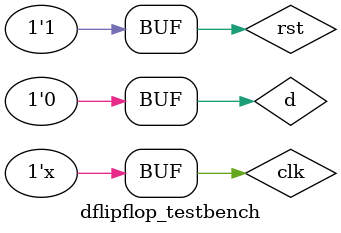
<source format=v>

module dflipflop_testbench();
  reg d,clk,rst;
  wire q;
  dflipflop_behavioural a1(d,clk,rst,q,qb);
  initial
  begin
    clk = 1'b0;rst=1'b1;d=1'b0;
  end
  always
  #10 clk = ~clk;
  initial
  begin
    #20 rst = 1'b0;
    #20 d = 1'b1;
    #20 d = 1'b0;
    #20 rst = 1'b1;
  end
endmodule
  
</source>
